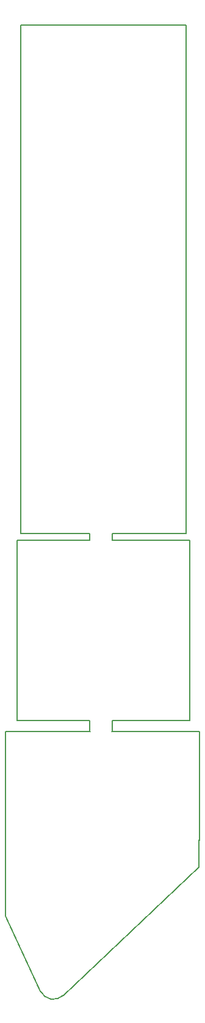
<source format=gbr>
G04 #@! TF.FileFunction,Profile,NP*
%FSLAX46Y46*%
G04 Gerber Fmt 4.6, Leading zero omitted, Abs format (unit mm)*
G04 Created by KiCad (PCBNEW 4.0.6-e0-6349~53~ubuntu16.04.1) date Thu Nov 23 18:30:10 2017*
%MOMM*%
%LPD*%
G01*
G04 APERTURE LIST*
%ADD10C,0.100000*%
%ADD11C,0.200000*%
G04 APERTURE END LIST*
D10*
D11*
X118030000Y-114910000D02*
X118030000Y-116430000D01*
X114940000Y-114930000D02*
X114940000Y-116400000D01*
X114950000Y-89960000D02*
X104850000Y-89960000D01*
X104850000Y-114960000D02*
X104850000Y-89960000D01*
X118100000Y-89950000D02*
X128850000Y-89960000D01*
X118100000Y-89000000D02*
X118100000Y-89950000D01*
X128325000Y-89000000D02*
X118100000Y-89000000D01*
X114950000Y-89000000D02*
X114950000Y-89960000D01*
X105350000Y-89000000D02*
X114950000Y-89000000D01*
X128850000Y-114950000D02*
X118050000Y-114950000D01*
X104850000Y-114950000D02*
X114950000Y-114950000D01*
X130144045Y-116440000D02*
X118000000Y-116440000D01*
X115000000Y-116430000D02*
X103260000Y-116440000D01*
X128850000Y-89960000D02*
X128850000Y-114960000D01*
X130145000Y-123655000D02*
X130145000Y-131525000D01*
X108083813Y-152407273D02*
G75*
G03X111268374Y-153015970I1812187J846154D01*
G01*
X130092995Y-135258526D02*
X130109867Y-131434648D01*
X111268374Y-153015970D02*
X130092995Y-135258526D01*
X103263552Y-142060149D02*
X108083070Y-152405682D01*
X103263552Y-116434648D02*
X103263552Y-142060149D01*
X130144045Y-123688472D02*
X130176050Y-116434648D01*
X128343743Y-89000000D02*
X128343743Y-18582837D01*
X128343743Y-18582837D02*
X105343743Y-18582837D01*
X105343743Y-18582837D02*
X105343743Y-89000000D01*
M02*

</source>
